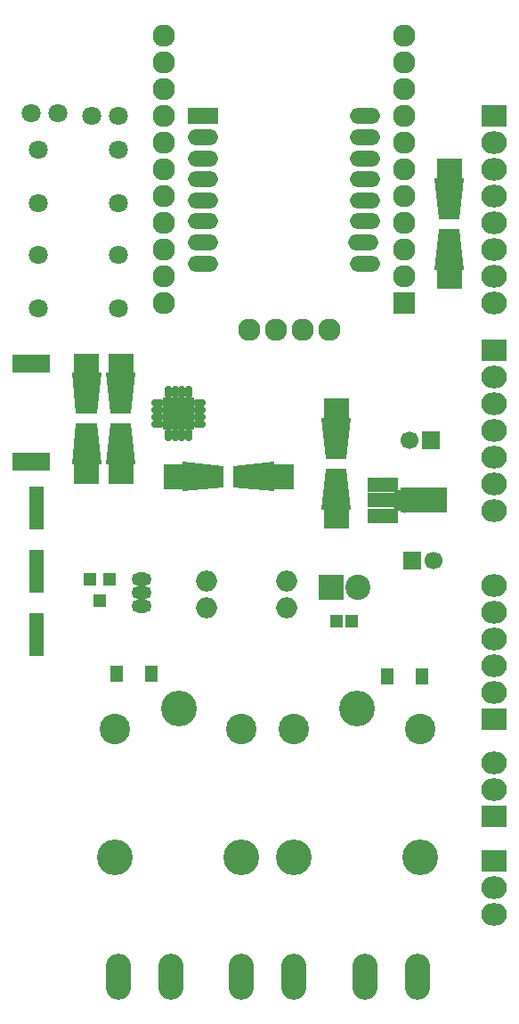
<source format=gbr>
G04 #@! TF.FileFunction,Soldermask,Top*
%FSLAX46Y46*%
G04 Gerber Fmt 4.6, Leading zero omitted, Abs format (unit mm)*
G04 Created by KiCad (PCBNEW (2015-08-08 BZR 6073)-product) date Wed 12 Aug 2015 16:27:57 CEST*
%MOMM*%
G01*
G04 APERTURE LIST*
%ADD10C,0.100000*%
%ADD11R,1.197560X1.197560*%
%ADD12R,1.310000X1.620000*%
%ADD13R,3.600000X1.700000*%
%ADD14O,2.381200X4.362400*%
%ADD15R,2.432000X2.127200*%
%ADD16O,2.432000X2.127200*%
%ADD17O,1.901140X1.299160*%
%ADD18C,1.797000*%
%ADD19O,2.000000X2.000000*%
%ADD20O,0.750000X1.200000*%
%ADD21O,1.200000X0.750000*%
%ADD22R,1.750000X1.750000*%
%ADD23R,2.900000X1.500000*%
%ADD24O,2.900000X1.500000*%
%ADD25R,2.127200X2.127200*%
%ADD26C,2.127200*%
%ADD27R,2.901900X1.400760*%
%ADD28R,4.400500X2.398980*%
%ADD29R,1.400000X1.400000*%
%ADD30R,1.700000X1.700000*%
%ADD31C,1.700000*%
%ADD32C,2.900000*%
%ADD33C,3.400000*%
%ADD34R,2.398980X2.398980*%
%ADD35R,2.400000X2.400000*%
%ADD36C,2.400000*%
%ADD37R,1.200100X1.200100*%
G04 APERTURE END LIST*
D10*
D11*
X52999300Y-88250000D03*
X51500700Y-88250000D03*
D12*
X30615000Y-93250000D03*
X33885000Y-93250000D03*
D13*
X22500000Y-63800000D03*
X22500000Y-73100000D03*
D14*
X47500000Y-122000000D03*
X42500000Y-122000000D03*
X35750000Y-122000000D03*
X30750000Y-122000000D03*
X59250000Y-122000000D03*
X54250000Y-122000000D03*
D15*
X66500000Y-40250000D03*
D16*
X66500000Y-42790000D03*
X66500000Y-45330000D03*
X66500000Y-47870000D03*
X66500000Y-50410000D03*
X66500000Y-52950000D03*
X66500000Y-55490000D03*
X66500000Y-58030000D03*
D15*
X66500000Y-62500000D03*
D16*
X66500000Y-65040000D03*
X66500000Y-67580000D03*
X66500000Y-70120000D03*
X66500000Y-72660000D03*
X66500000Y-75200000D03*
X66500000Y-77740000D03*
D15*
X66500000Y-106750000D03*
D16*
X66500000Y-104210000D03*
X66500000Y-101670000D03*
D15*
X66500000Y-111000000D03*
D16*
X66500000Y-113540000D03*
X66500000Y-116080000D03*
D15*
X66500000Y-97500000D03*
D16*
X66500000Y-94960000D03*
X66500000Y-92420000D03*
X66500000Y-89880000D03*
X66500000Y-87340000D03*
X66500000Y-84800000D03*
D17*
X33000000Y-85520000D03*
X33000000Y-86790000D03*
X33000000Y-84250000D03*
D18*
X23190000Y-58540000D03*
X23190000Y-53460000D03*
X30810000Y-58540000D03*
X30810000Y-53460000D03*
X30810000Y-43460000D03*
X30810000Y-48540000D03*
X23190000Y-43460000D03*
X23190000Y-48540000D03*
D19*
X46750000Y-87000000D03*
X46750000Y-84460000D03*
X39130000Y-84460000D03*
X39130000Y-87000000D03*
D20*
X37475000Y-66500000D03*
X36825000Y-66500000D03*
X36175000Y-66500000D03*
X35525000Y-66500000D03*
D21*
X34500000Y-67525000D03*
X34500000Y-68175000D03*
X34500000Y-68825000D03*
X34500000Y-69475000D03*
D20*
X35525000Y-70500000D03*
X36175000Y-70500000D03*
X36825000Y-70500000D03*
X37475000Y-70500000D03*
D21*
X38500000Y-69475000D03*
X38500000Y-68825000D03*
X38500000Y-68175000D03*
X38500000Y-67525000D03*
D22*
X35825000Y-69175000D03*
X37175000Y-69175000D03*
X35825000Y-67825000D03*
X37175000Y-67825000D03*
D23*
X38800000Y-40250000D03*
D24*
X38800000Y-42250000D03*
X38800000Y-44250000D03*
X38800000Y-46250000D03*
X38800000Y-48250000D03*
X38800000Y-50250000D03*
X38800000Y-52250000D03*
X38800000Y-54250000D03*
X54200000Y-54250000D03*
X54100000Y-52250000D03*
X54200000Y-50250000D03*
X54200000Y-48250000D03*
X54200000Y-46250000D03*
X54200000Y-44250000D03*
X54200000Y-42250000D03*
X54200000Y-40250000D03*
D25*
X58000000Y-58000000D03*
D26*
X58000000Y-55460000D03*
X58000000Y-52920000D03*
X58000000Y-50380000D03*
X58000000Y-47840000D03*
X58000000Y-45300000D03*
X58000000Y-42760000D03*
X58000000Y-40220000D03*
X58000000Y-37680000D03*
X58000000Y-35140000D03*
X58000000Y-32600000D03*
X35140000Y-32600000D03*
X35140000Y-35140000D03*
X35140000Y-37680000D03*
X35140000Y-40220000D03*
X35140000Y-42760000D03*
X35140000Y-45300000D03*
X35140000Y-47840000D03*
X35140000Y-50380000D03*
X35140000Y-52920000D03*
X35140000Y-55460000D03*
X35140000Y-58000000D03*
X43268000Y-60540000D03*
X45808000Y-60540000D03*
X48348000Y-60540000D03*
X50888000Y-60540000D03*
D27*
X55897960Y-75248860D03*
X55897960Y-76750000D03*
X55897960Y-78251140D03*
D28*
X59850200Y-76750000D03*
D10*
G36*
X58075350Y-77950760D02*
X56926050Y-77450380D01*
X56926050Y-76049620D01*
X58075350Y-75549240D01*
X58075350Y-77950760D01*
X58075350Y-77950760D01*
G37*
D18*
X30770000Y-40250000D03*
X28230000Y-40250000D03*
X25020000Y-40000000D03*
X22480000Y-40000000D03*
D29*
X23000000Y-88150000D03*
X23000000Y-90850000D03*
X23000000Y-89500000D03*
X23000000Y-82150000D03*
X23000000Y-84850000D03*
X23000000Y-83500000D03*
X23000000Y-76150000D03*
X23000000Y-78850000D03*
X23000000Y-77500000D03*
D30*
X58750000Y-82500000D03*
D31*
X60750000Y-82500000D03*
D30*
X60500000Y-71000000D03*
D31*
X58500000Y-71000000D03*
D32*
X30450000Y-98450000D03*
D33*
X30450000Y-110650000D03*
X42500000Y-110700000D03*
D32*
X42450000Y-98450000D03*
D33*
X36500000Y-96500000D03*
D32*
X47450000Y-98450000D03*
D33*
X47450000Y-110650000D03*
X59500000Y-110700000D03*
D32*
X59450000Y-98450000D03*
D33*
X53500000Y-96500000D03*
D12*
X56365000Y-93500000D03*
X59635000Y-93500000D03*
D10*
G36*
X29601120Y-64636940D02*
X32398880Y-64636940D01*
X32000100Y-68537060D01*
X29999900Y-68537060D01*
X29601120Y-64636940D01*
X29601120Y-64636940D01*
G37*
G36*
X32398880Y-73363060D02*
X29601120Y-73363060D01*
X29999900Y-69462940D01*
X32000100Y-69462940D01*
X32398880Y-73363060D01*
X32398880Y-73363060D01*
G37*
D34*
X31000000Y-63998740D03*
X31000000Y-74001260D03*
D10*
G36*
X36886940Y-75898880D02*
X36886940Y-73101120D01*
X40787060Y-73499900D01*
X40787060Y-75500100D01*
X36886940Y-75898880D01*
X36886940Y-75898880D01*
G37*
G36*
X45613060Y-73101120D02*
X45613060Y-75898880D01*
X41712940Y-75500100D01*
X41712940Y-73499900D01*
X45613060Y-73101120D01*
X45613060Y-73101120D01*
G37*
D34*
X36248740Y-74500000D03*
X46251260Y-74500000D03*
D35*
X51000000Y-85000000D03*
D36*
X53540000Y-85000000D03*
D10*
G36*
X50101120Y-68886940D02*
X52898880Y-68886940D01*
X52500100Y-72787060D01*
X50499900Y-72787060D01*
X50101120Y-68886940D01*
X50101120Y-68886940D01*
G37*
G36*
X52898880Y-77613060D02*
X50101120Y-77613060D01*
X50499900Y-73712940D01*
X52500100Y-73712940D01*
X52898880Y-77613060D01*
X52898880Y-77613060D01*
G37*
D34*
X51500000Y-68248740D03*
X51500000Y-78251260D03*
D10*
G36*
X26351120Y-64636940D02*
X29148880Y-64636940D01*
X28750100Y-68537060D01*
X26749900Y-68537060D01*
X26351120Y-64636940D01*
X26351120Y-64636940D01*
G37*
G36*
X29148880Y-73363060D02*
X26351120Y-73363060D01*
X26749900Y-69462940D01*
X28750100Y-69462940D01*
X29148880Y-73363060D01*
X29148880Y-73363060D01*
G37*
D34*
X27750000Y-63998740D03*
X27750000Y-74001260D03*
D10*
G36*
X60851120Y-46136940D02*
X63648880Y-46136940D01*
X63250100Y-50037060D01*
X61249900Y-50037060D01*
X60851120Y-46136940D01*
X60851120Y-46136940D01*
G37*
G36*
X63648880Y-54863060D02*
X60851120Y-54863060D01*
X61249900Y-50962940D01*
X63250100Y-50962940D01*
X63648880Y-54863060D01*
X63648880Y-54863060D01*
G37*
D34*
X62250000Y-45498740D03*
X62250000Y-55501260D03*
D37*
X29950000Y-84249240D03*
X28050000Y-84249240D03*
X29000000Y-86248220D03*
M02*

</source>
